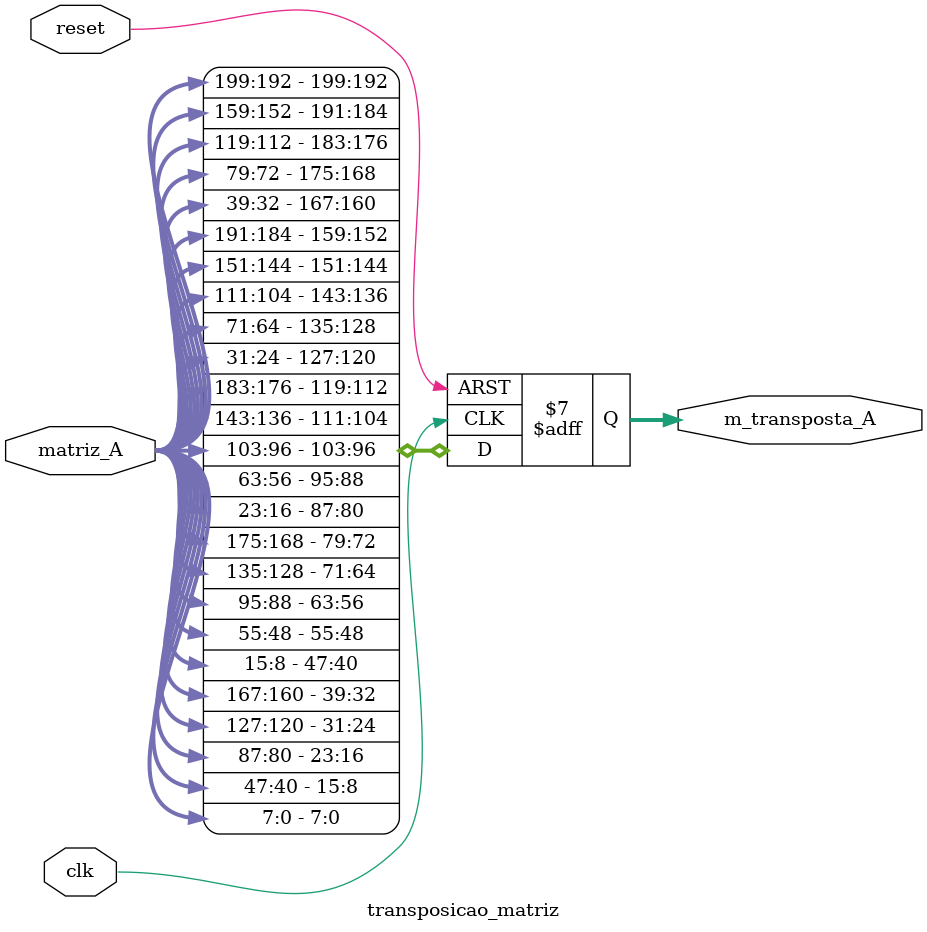
<source format=v>
module transposicao_matriz(
    input clk,
    input reset, 
    input signed [199:0] matriz_A,
    output reg signed [199:0] m_transposta_A
);

    // Registradores para manipulação da matriz
    reg signed [7:0] matriz_original [0:24];  // Matriz original 5x5 (25 elementos)
    reg signed [7:0] matriz_transposta [0:24];  // Matriz transposta 5x5 (25 elementos)

    // Variável para loops
    integer i, j;

    // Processo de transposição
    always @(posedge clk or posedge reset) begin
        if (reset) begin
            // Reset todos os valores
            for (i = 0; i < 25; i = i + 1) begin
                matriz_original[i] = 8'sd0;  // Usando sd para signed decimal
                matriz_transposta[i] = 8'sd0;
            end
            
            m_transposta_A = 200'sd0;
        end
        else begin
            // Desempacota a matriz de entrada
            for (i = 0; i < 25; i = i + 1) begin
                matriz_original[i] = matriz_A[(i*8)+:8];
            end
            
            // Realiza a transposição
            for (i = 0; i < 5; i = i + 1) begin
                for (j = 0; j < 5; j = j + 1) begin
                    matriz_transposta[j*5 + i] = matriz_original[i*5 + j];
                end
            end
            
            // Empacota a matriz transposta de volta
            for (i = 0; i < 25; i = i + 1) begin
                m_transposta_A[(i*8)+:8] = matriz_transposta[i];
            end
        end
    end

endmodule
</source>
